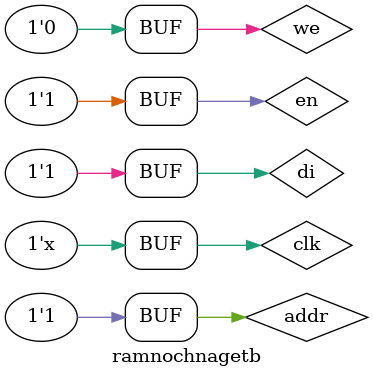
<source format=v>
module ramnochnagetb;
reg clk;
reg we;
reg en;
reg addr;
reg di;
wire do;
raminfr uut(clk,en,we,addr,di,do);
initial
begin
$dumpfile("ram.vcd");
$dumpvars(0,ramnochnagetb);
end
initial
begin
 clk=0;
#5 en=1'b1;
#5 we = 1'b0;
#5 addr= 5'b11111;
# 5 di = 4'b1111;
end
always #5 clk=~clk;
endmodule

</source>
